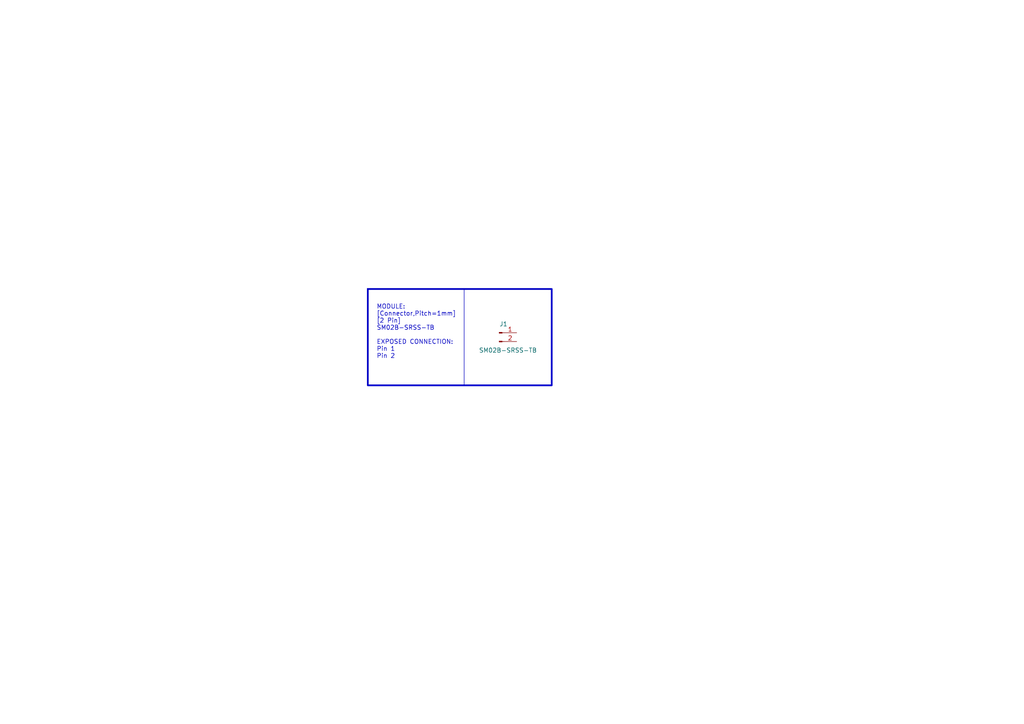
<source format=kicad_sch>
(kicad_sch (version 20230121) (generator eeschema)
  (paper "A4")
  (lib_symbols
    (symbol "Connector:Conn_01x02_Pin" (pin_names (offset 1.016) hide)
      (property "Reference" "J" (at 0 2.54 0))
      (property "Value" "Conn_01x02_Pin" (at 0 -5.08 0))
      (symbol "Conn_01x02_Pin_1_1"
        (polyline (pts (xy 1.27 -2.54) (xy 0.8636 -2.54)) (stroke (width 0.1524)))
        (polyline (pts (xy 1.27 0) (xy 0.8636 0)) (stroke (width 0.1524)))
        (rectangle (start 0.8636 -2.413) (end 0 -2.667) (stroke (width 0.1524)) (fill (type outline)))
        (rectangle (start 0.8636 0.127) (end 0 -0.127) (stroke (width 0.1524)) (fill (type outline)))
        (pin passive line (at 5.08 0 180) (length 3.81) (name "Pin_1") (number "1"))
        (pin passive line (at 5.08 -2.54 180) (length 3.81) (name "Pin_2") (number "2"))
      )
    )
  )
  (rectangle (start 106.68 83.82) (end 134.62 111.76))
  (rectangle (start 106.68 83.82) (end 160.02 111.76) (stroke (width 0.5)))
  (text "MODULE:\n[Connector,Pitch=1mm]\n[2 Pin]\nSM02B-SRSS-TB\n\nEXPOSED CONNECTION: \nPin 1\nPin 2" (at 109.22 104.14 0) (effects (font (size 1.27 1.27)) (justify left bottom)))
  (symbol (lib_id "Connector:Conn_01x02_Pin") (at 144.78 96.52 0) (unit 1)
    (property "Reference" "J1" (at 146.05 93.98 0))
    (property "Value" "SM02B-SRSS-TB" (at 147.32 101.6 0))
  )
)
</source>
